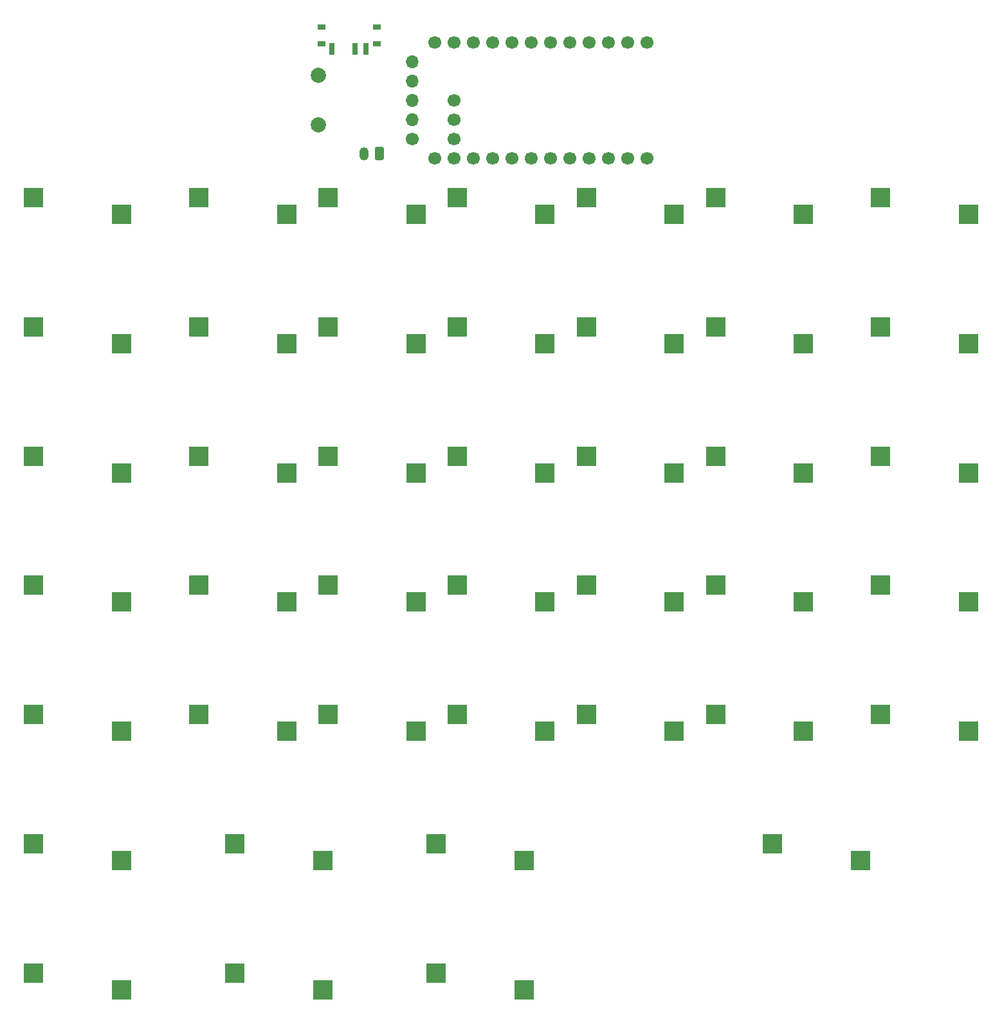
<source format=gbl>
G04 #@! TF.GenerationSoftware,KiCad,Pcbnew,8.0.4+1*
G04 #@! TF.CreationDate,2024-10-01T15:26:06+00:00*
G04 #@! TF.ProjectId,left,6c656674-2e6b-4696-9361-645f70636258,v0.2*
G04 #@! TF.SameCoordinates,Original*
G04 #@! TF.FileFunction,Copper,L2,Bot*
G04 #@! TF.FilePolarity,Positive*
%FSLAX46Y46*%
G04 Gerber Fmt 4.6, Leading zero omitted, Abs format (unit mm)*
G04 Created by KiCad (PCBNEW 8.0.4+1) date 2024-10-01 15:26:06*
%MOMM*%
%LPD*%
G01*
G04 APERTURE LIST*
G04 #@! TA.AperFunction,ComponentPad*
%ADD10C,1.700000*%
G04 #@! TD*
G04 #@! TA.AperFunction,ComponentPad*
%ADD11O,1.700000X1.700000*%
G04 #@! TD*
G04 #@! TA.AperFunction,ComponentPad*
%ADD12O,1.200000X1.750000*%
G04 #@! TD*
G04 #@! TA.AperFunction,SMDPad,CuDef*
%ADD13R,2.600000X2.600000*%
G04 #@! TD*
G04 #@! TA.AperFunction,ComponentPad*
%ADD14C,2.000000*%
G04 #@! TD*
G04 #@! TA.AperFunction,SMDPad,CuDef*
%ADD15R,1.000000X0.800000*%
G04 #@! TD*
G04 #@! TA.AperFunction,SMDPad,CuDef*
%ADD16R,0.700000X1.500000*%
G04 #@! TD*
G04 APERTURE END LIST*
D10*
X112440000Y-20870000D03*
X109900000Y-20870000D03*
X107360000Y-20870000D03*
X104820000Y-20870000D03*
X102280000Y-20870000D03*
X99740000Y-20870000D03*
X97200000Y-20870000D03*
X94660000Y-20870000D03*
X92120000Y-20870000D03*
X89580000Y-20870000D03*
X87040000Y-20870000D03*
X84500000Y-20870000D03*
X84500000Y-5630000D03*
X87040000Y-5630000D03*
X89580000Y-5630000D03*
X92120000Y-5630000D03*
X94660000Y-5630000D03*
X97200000Y-5630000D03*
X99740000Y-5630000D03*
X102280000Y-5630000D03*
X104820000Y-5630000D03*
X107360000Y-5630000D03*
X109900000Y-5630000D03*
X112440000Y-5630000D03*
X87040000Y-18330000D03*
X87040000Y-15790000D03*
X87040000Y-13250000D03*
D11*
X81540000Y-8170000D03*
X81540000Y-10710000D03*
X81540000Y-13250000D03*
X81540000Y-15790000D03*
D10*
X81540000Y-18330000D03*
G04 #@! TA.AperFunction,ComponentPad*
G36*
G01*
X77830000Y-19615000D02*
X77830000Y-20885000D01*
G75*
G02*
X77590000Y-21125000I-240000J0D01*
G01*
X76870000Y-21125000D01*
G75*
G02*
X76630000Y-20885000I0J240000D01*
G01*
X76630000Y-19615000D01*
G75*
G02*
X76870000Y-19375000I240000J0D01*
G01*
X77590000Y-19375000D01*
G75*
G02*
X77830000Y-19615000I0J-240000D01*
G01*
G37*
G04 #@! TD.AperFunction*
D12*
X75230000Y-20250000D03*
D13*
X70475000Y-94050000D03*
X82025000Y-96250000D03*
X87475000Y-77050000D03*
X99025000Y-79250000D03*
X31725000Y-26050000D03*
X43275000Y-28250000D03*
X121475000Y-60050000D03*
X133025000Y-62250000D03*
X58225000Y-128050000D03*
X69775000Y-130250000D03*
X143225000Y-60050000D03*
X154775000Y-62250000D03*
X31725000Y-111050000D03*
X43275000Y-113250000D03*
X31725000Y-128050000D03*
X43275000Y-130250000D03*
X53475000Y-26050000D03*
X65025000Y-28250000D03*
X104475000Y-77050000D03*
X116025000Y-79250000D03*
X70475000Y-77050000D03*
X82025000Y-79250000D03*
X31725000Y-77050000D03*
X43275000Y-79250000D03*
X104475000Y-60050000D03*
X116025000Y-62250000D03*
X58225000Y-111050000D03*
X69775000Y-113250000D03*
X104475000Y-26050000D03*
X116025000Y-28250000D03*
X87475000Y-94050000D03*
X99025000Y-96250000D03*
X143225000Y-26050000D03*
X154775000Y-28250000D03*
X31725000Y-43050000D03*
X43275000Y-45250000D03*
X87475000Y-43050000D03*
X99025000Y-45250000D03*
X84725000Y-111050000D03*
X96275000Y-113250000D03*
X128975000Y-111050000D03*
X140525000Y-113250000D03*
D14*
X69230000Y-10000000D03*
X69230000Y-16500000D03*
D13*
X70475000Y-26050000D03*
X82025000Y-28250000D03*
X53475000Y-43050000D03*
X65025000Y-45250000D03*
X70475000Y-43050000D03*
X82025000Y-45250000D03*
X31725000Y-94050000D03*
X43275000Y-96250000D03*
X53475000Y-94050000D03*
X65025000Y-96250000D03*
X104475000Y-94050000D03*
X116025000Y-96250000D03*
X143225000Y-94050000D03*
X154775000Y-96250000D03*
X104475000Y-43050000D03*
X116025000Y-45250000D03*
X143225000Y-43050000D03*
X154775000Y-45250000D03*
X53475000Y-60050000D03*
X65025000Y-62250000D03*
X87475000Y-60050000D03*
X99025000Y-62250000D03*
X84725000Y-128050000D03*
X96275000Y-130250000D03*
X121475000Y-94050000D03*
X133025000Y-96250000D03*
X53475000Y-77050000D03*
X65025000Y-79250000D03*
X143225000Y-77050000D03*
X154775000Y-79250000D03*
X70475000Y-60050000D03*
X82025000Y-62250000D03*
X121475000Y-77050000D03*
X133025000Y-79250000D03*
X121475000Y-26050000D03*
X133025000Y-28250000D03*
X121475000Y-43050000D03*
X133025000Y-45250000D03*
D15*
X69580000Y-5835000D03*
X76880000Y-5835000D03*
X69580000Y-3625000D03*
X76880000Y-3625000D03*
D16*
X70980000Y-6485000D03*
X73980000Y-6485000D03*
X75480000Y-6485000D03*
D13*
X87475000Y-26050000D03*
X99025000Y-28250000D03*
X31725000Y-60050000D03*
X43275000Y-62250000D03*
M02*

</source>
